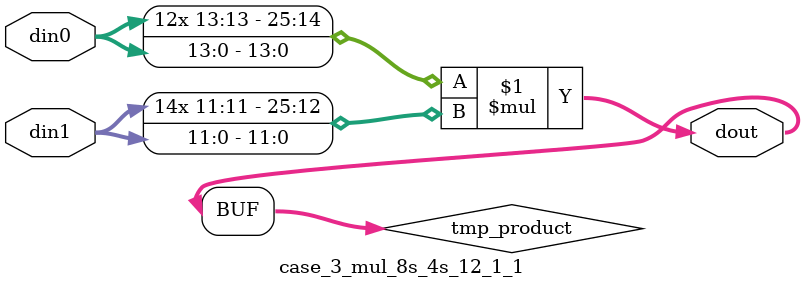
<source format=v>

`timescale 1 ns / 1 ps

 (* use_dsp = "no" *)  module case_3_mul_8s_4s_12_1_1(din0, din1, dout);
parameter ID = 1;
parameter NUM_STAGE = 0;
parameter din0_WIDTH = 14;
parameter din1_WIDTH = 12;
parameter dout_WIDTH = 26;

input [din0_WIDTH - 1 : 0] din0; 
input [din1_WIDTH - 1 : 0] din1; 
output [dout_WIDTH - 1 : 0] dout;

wire signed [dout_WIDTH - 1 : 0] tmp_product;



























assign tmp_product = $signed(din0) * $signed(din1);








assign dout = tmp_product;





















endmodule

</source>
